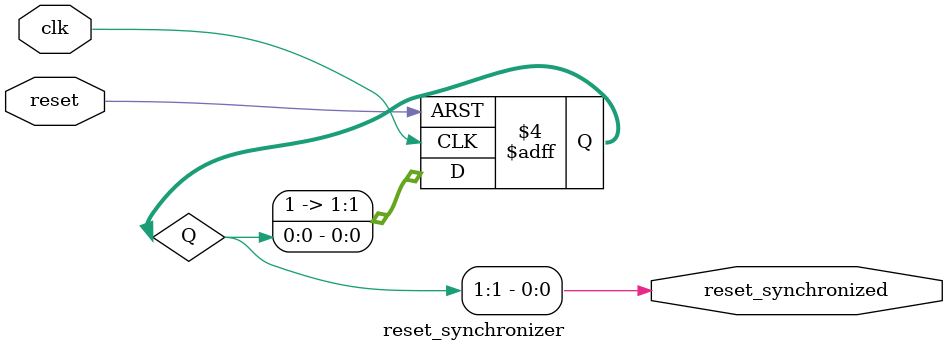
<source format=v>
module reset_synchronizer #(
    parameter STAGE_COUNT = 2
)
(
    input clk,
    input reset,

    output reset_synchronized
);

    reg [0:STAGE_COUNT - 1] Q;
    integer i;

    always @(posedge clk or negedge reset) begin
        if (~reset) begin
            Q <= 'b0;
        end
        else begin
            Q[0] <= 1'b1;
            for (i = 1; i < STAGE_COUNT; i = i + 1) begin
                Q[i] <= Q[i - 1];
            end
        end
    end

    assign reset_synchronized = Q[STAGE_COUNT - 1];

endmodule

</source>
